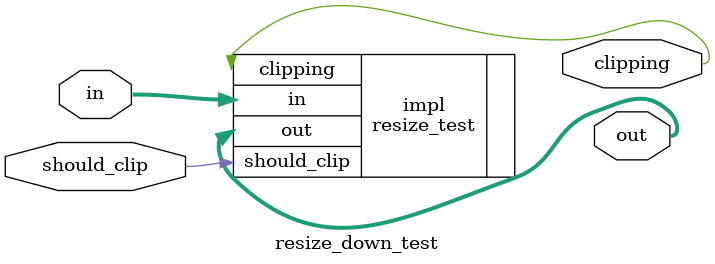
<source format=sv>

module resize_down_test (
    input  logic [31:0] in,           // Input raw value
    input  logic        should_clip,
    output logic [15:0] out,          // Output raw value
    output logic        clipping      // Clipping indicator
);

  resize_test #(
      .IN_IW (16),
      .IN_QW (16),
      .OUT_IW(8),
      .OUT_QW(8)
  ) impl (
      .in(in),
      .should_clip(should_clip),
      .out(out),
      .clipping(clipping)
  );

endmodule

</source>
